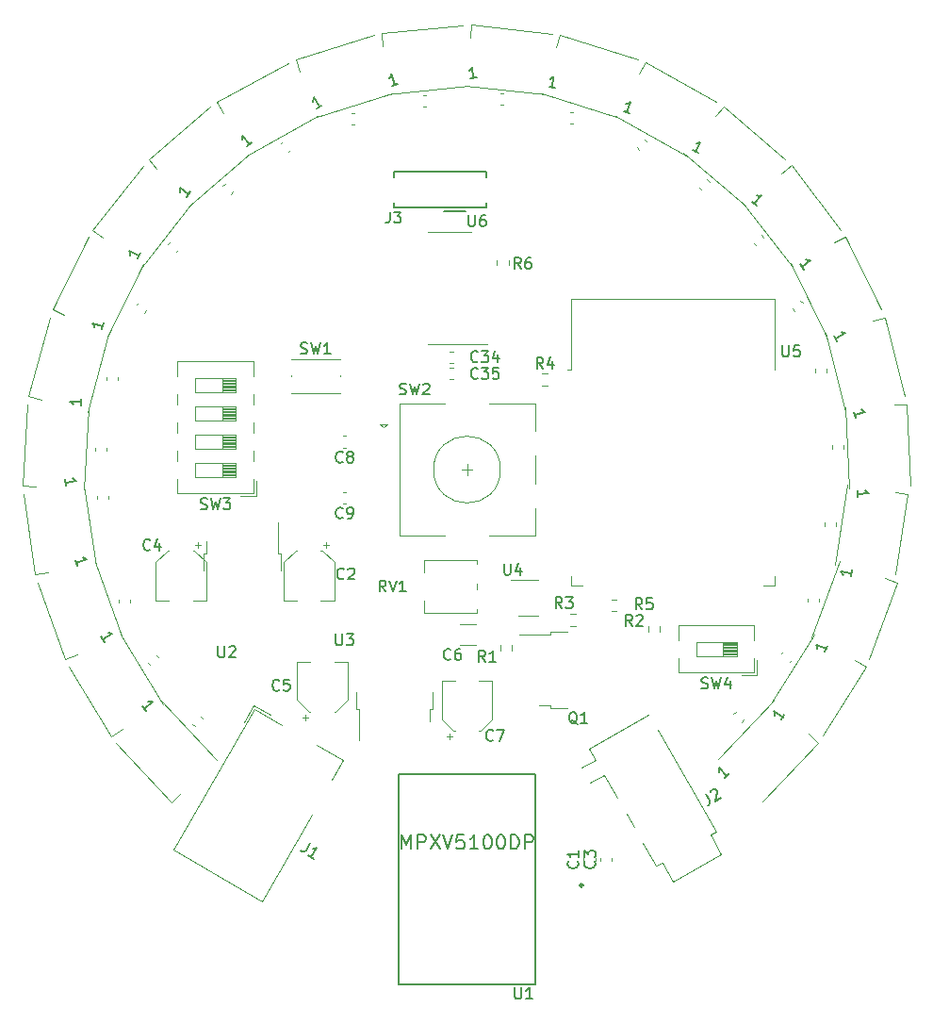
<source format=gbr>
%TF.GenerationSoftware,KiCad,Pcbnew,(5.1.9)-1*%
%TF.CreationDate,2021-08-08T14:50:10+02:00*%
%TF.ProjectId,nogasm,6e6f6761-736d-42e6-9b69-6361645f7063,rev?*%
%TF.SameCoordinates,Original*%
%TF.FileFunction,Legend,Top*%
%TF.FilePolarity,Positive*%
%FSLAX46Y46*%
G04 Gerber Fmt 4.6, Leading zero omitted, Abs format (unit mm)*
G04 Created by KiCad (PCBNEW (5.1.9)-1) date 2021-08-08 14:50:10*
%MOMM*%
%LPD*%
G01*
G04 APERTURE LIST*
%ADD10C,0.150000*%
%ADD11C,0.120000*%
%ADD12C,0.250000*%
G04 APERTURE END LIST*
D10*
%TO.C,J3*%
X141750000Y-66005000D02*
X141750000Y-66480000D01*
X141750000Y-66480000D02*
X133450000Y-66480000D01*
X133450000Y-66480000D02*
X133450000Y-66005000D01*
X141750000Y-63755000D02*
X141750000Y-63280000D01*
X141750000Y-63280000D02*
X133450000Y-63280000D01*
X133450000Y-63280000D02*
X133450000Y-63755000D01*
X139900000Y-66780000D02*
X137900000Y-66780000D01*
D11*
%TO.C,U5*%
X149380000Y-81055000D02*
X149000000Y-81055000D01*
X149380000Y-74635000D02*
X149380000Y-81055000D01*
X167620000Y-74635000D02*
X167620000Y-81055000D01*
X149380000Y-74635000D02*
X167620000Y-74635000D01*
X167620000Y-100380000D02*
X166620000Y-100380000D01*
X167620000Y-99600000D02*
X167620000Y-100380000D01*
X149380000Y-100380000D02*
X150380000Y-100380000D01*
X149380000Y-99600000D02*
X149380000Y-100380000D01*
%TO.C,U6*%
X138400000Y-78760000D02*
X141850000Y-78760000D01*
X138400000Y-78760000D02*
X136450000Y-78760000D01*
X138400000Y-68640000D02*
X140350000Y-68640000D01*
X138400000Y-68640000D02*
X136450000Y-68640000D01*
%TO.C,R6*%
X142677500Y-71162742D02*
X142677500Y-71637258D01*
X143722500Y-71162742D02*
X143722500Y-71637258D01*
%TO.C,C35*%
X138459420Y-81910000D02*
X138740580Y-81910000D01*
X138459420Y-80890000D02*
X138740580Y-80890000D01*
%TO.C,C34*%
X138459420Y-80410000D02*
X138740580Y-80410000D01*
X138459420Y-79390000D02*
X138740580Y-79390000D01*
%TO.C,C7*%
X138190000Y-113950000D02*
X138690000Y-113950000D01*
X138440000Y-114200000D02*
X138440000Y-113700000D01*
X141195563Y-113460000D02*
X142260000Y-112395563D01*
X138804437Y-113460000D02*
X137740000Y-112395563D01*
X138804437Y-113460000D02*
X138940000Y-113460000D01*
X141195563Y-113460000D02*
X141060000Y-113460000D01*
X142260000Y-112395563D02*
X142260000Y-108940000D01*
X137740000Y-112395563D02*
X137740000Y-108940000D01*
X137740000Y-108940000D02*
X138940000Y-108940000D01*
X142260000Y-108940000D02*
X141060000Y-108940000D01*
%TO.C,C5*%
X125190000Y-112250000D02*
X125690000Y-112250000D01*
X125440000Y-112500000D02*
X125440000Y-112000000D01*
X128195563Y-111760000D02*
X129260000Y-110695563D01*
X125804437Y-111760000D02*
X124740000Y-110695563D01*
X125804437Y-111760000D02*
X125940000Y-111760000D01*
X128195563Y-111760000D02*
X128060000Y-111760000D01*
X129260000Y-110695563D02*
X129260000Y-107240000D01*
X124740000Y-110695563D02*
X124740000Y-107240000D01*
X124740000Y-107240000D02*
X125940000Y-107240000D01*
X129260000Y-107240000D02*
X128060000Y-107240000D01*
%TO.C,C4*%
X116110000Y-96750000D02*
X115610000Y-96750000D01*
X115860000Y-96500000D02*
X115860000Y-97000000D01*
X113104437Y-97240000D02*
X112040000Y-98304437D01*
X115495563Y-97240000D02*
X116560000Y-98304437D01*
X115495563Y-97240000D02*
X115360000Y-97240000D01*
X113104437Y-97240000D02*
X113240000Y-97240000D01*
X112040000Y-98304437D02*
X112040000Y-101760000D01*
X116560000Y-98304437D02*
X116560000Y-101760000D01*
X116560000Y-101760000D02*
X115360000Y-101760000D01*
X112040000Y-101760000D02*
X113240000Y-101760000D01*
%TO.C,C2*%
X127610000Y-96750000D02*
X127110000Y-96750000D01*
X127360000Y-96500000D02*
X127360000Y-97000000D01*
X124604437Y-97240000D02*
X123540000Y-98304437D01*
X126995563Y-97240000D02*
X128060000Y-98304437D01*
X126995563Y-97240000D02*
X126860000Y-97240000D01*
X124604437Y-97240000D02*
X124740000Y-97240000D01*
X123540000Y-98304437D02*
X123540000Y-101760000D01*
X128060000Y-98304437D02*
X128060000Y-101760000D01*
X128060000Y-101760000D02*
X126860000Y-101760000D01*
X123540000Y-101760000D02*
X124740000Y-101760000D01*
%TO.C,U4*%
X146400000Y-99890000D02*
X143950000Y-99890000D01*
X144600000Y-103110000D02*
X146400000Y-103110000D01*
%TO.C,U3*%
X136655000Y-111470000D02*
X136655000Y-112570000D01*
X136925000Y-111470000D02*
X136655000Y-111470000D01*
X136925000Y-109970000D02*
X136925000Y-111470000D01*
X130295000Y-111470000D02*
X130295000Y-114300000D01*
X130025000Y-111470000D02*
X130295000Y-111470000D01*
X130025000Y-109970000D02*
X130025000Y-111470000D01*
%TO.C,U2*%
X116620000Y-97530000D02*
X116620000Y-96430000D01*
X116350000Y-97530000D02*
X116620000Y-97530000D01*
X116350000Y-99030000D02*
X116350000Y-97530000D01*
X122980000Y-97530000D02*
X122980000Y-94700000D01*
X123250000Y-97530000D02*
X122980000Y-97530000D01*
X123250000Y-99030000D02*
X123250000Y-97530000D01*
D12*
%TO.C,U1*%
X150409499Y-127322000D02*
G75*
G03*
X150409499Y-127322000I-125000J0D01*
G01*
D10*
X146159499Y-117340500D02*
X146159499Y-136263499D01*
X146159499Y-117340500D02*
X133840500Y-117340500D01*
X133840500Y-117340500D02*
X133840500Y-136263499D01*
X146159499Y-136263499D02*
X133840500Y-136263499D01*
D11*
%TO.C,SW4*%
X163003333Y-106735000D02*
X163003333Y-105465000D01*
X164210000Y-105535000D02*
X163003333Y-105535000D01*
X164210000Y-105655000D02*
X163003333Y-105655000D01*
X164210000Y-105775000D02*
X163003333Y-105775000D01*
X164210000Y-105895000D02*
X163003333Y-105895000D01*
X164210000Y-106015000D02*
X163003333Y-106015000D01*
X164210000Y-106135000D02*
X163003333Y-106135000D01*
X164210000Y-106255000D02*
X163003333Y-106255000D01*
X164210000Y-106375000D02*
X163003333Y-106375000D01*
X164210000Y-106495000D02*
X163003333Y-106495000D01*
X164210000Y-106615000D02*
X163003333Y-106615000D01*
X160590000Y-106735000D02*
X164210000Y-106735000D01*
X160590000Y-105465000D02*
X160590000Y-106735000D01*
X164210000Y-105465000D02*
X160590000Y-105465000D01*
X164210000Y-106735000D02*
X164210000Y-105465000D01*
X166050000Y-108450000D02*
X166050000Y-107067000D01*
X166050000Y-108450000D02*
X164667000Y-108450000D01*
X158990000Y-105300000D02*
X158990000Y-103990000D01*
X158990000Y-108210000D02*
X158990000Y-106900000D01*
X165810000Y-105300000D02*
X165810000Y-103990000D01*
X165810000Y-108210000D02*
X165810000Y-106900000D01*
X165810000Y-103990000D02*
X158990000Y-103990000D01*
X165810000Y-108210000D02*
X158990000Y-108210000D01*
%TO.C,SW3*%
X118003333Y-83025000D02*
X118003333Y-81755000D01*
X119210000Y-81825000D02*
X118003333Y-81825000D01*
X119210000Y-81945000D02*
X118003333Y-81945000D01*
X119210000Y-82065000D02*
X118003333Y-82065000D01*
X119210000Y-82185000D02*
X118003333Y-82185000D01*
X119210000Y-82305000D02*
X118003333Y-82305000D01*
X119210000Y-82425000D02*
X118003333Y-82425000D01*
X119210000Y-82545000D02*
X118003333Y-82545000D01*
X119210000Y-82665000D02*
X118003333Y-82665000D01*
X119210000Y-82785000D02*
X118003333Y-82785000D01*
X119210000Y-82905000D02*
X118003333Y-82905000D01*
X115590000Y-83025000D02*
X119210000Y-83025000D01*
X115590000Y-81755000D02*
X115590000Y-83025000D01*
X119210000Y-81755000D02*
X115590000Y-81755000D01*
X119210000Y-83025000D02*
X119210000Y-81755000D01*
X118003333Y-85565000D02*
X118003333Y-84295000D01*
X119210000Y-84365000D02*
X118003333Y-84365000D01*
X119210000Y-84485000D02*
X118003333Y-84485000D01*
X119210000Y-84605000D02*
X118003333Y-84605000D01*
X119210000Y-84725000D02*
X118003333Y-84725000D01*
X119210000Y-84845000D02*
X118003333Y-84845000D01*
X119210000Y-84965000D02*
X118003333Y-84965000D01*
X119210000Y-85085000D02*
X118003333Y-85085000D01*
X119210000Y-85205000D02*
X118003333Y-85205000D01*
X119210000Y-85325000D02*
X118003333Y-85325000D01*
X119210000Y-85445000D02*
X118003333Y-85445000D01*
X115590000Y-85565000D02*
X119210000Y-85565000D01*
X115590000Y-84295000D02*
X115590000Y-85565000D01*
X119210000Y-84295000D02*
X115590000Y-84295000D01*
X119210000Y-85565000D02*
X119210000Y-84295000D01*
X118003333Y-88105000D02*
X118003333Y-86835000D01*
X119210000Y-86905000D02*
X118003333Y-86905000D01*
X119210000Y-87025000D02*
X118003333Y-87025000D01*
X119210000Y-87145000D02*
X118003333Y-87145000D01*
X119210000Y-87265000D02*
X118003333Y-87265000D01*
X119210000Y-87385000D02*
X118003333Y-87385000D01*
X119210000Y-87505000D02*
X118003333Y-87505000D01*
X119210000Y-87625000D02*
X118003333Y-87625000D01*
X119210000Y-87745000D02*
X118003333Y-87745000D01*
X119210000Y-87865000D02*
X118003333Y-87865000D01*
X119210000Y-87985000D02*
X118003333Y-87985000D01*
X115590000Y-88105000D02*
X119210000Y-88105000D01*
X115590000Y-86835000D02*
X115590000Y-88105000D01*
X119210000Y-86835000D02*
X115590000Y-86835000D01*
X119210000Y-88105000D02*
X119210000Y-86835000D01*
X118003333Y-90645000D02*
X118003333Y-89375000D01*
X119210000Y-89445000D02*
X118003333Y-89445000D01*
X119210000Y-89565000D02*
X118003333Y-89565000D01*
X119210000Y-89685000D02*
X118003333Y-89685000D01*
X119210000Y-89805000D02*
X118003333Y-89805000D01*
X119210000Y-89925000D02*
X118003333Y-89925000D01*
X119210000Y-90045000D02*
X118003333Y-90045000D01*
X119210000Y-90165000D02*
X118003333Y-90165000D01*
X119210000Y-90285000D02*
X118003333Y-90285000D01*
X119210000Y-90405000D02*
X118003333Y-90405000D01*
X119210000Y-90525000D02*
X118003333Y-90525000D01*
X115590000Y-90645000D02*
X119210000Y-90645000D01*
X115590000Y-89375000D02*
X115590000Y-90645000D01*
X119210000Y-89375000D02*
X115590000Y-89375000D01*
X119210000Y-90645000D02*
X119210000Y-89375000D01*
X121050000Y-92360000D02*
X121050000Y-90977000D01*
X121050000Y-92360000D02*
X119667000Y-92360000D01*
X113990000Y-89210000D02*
X113990000Y-88270000D01*
X113990000Y-92120000D02*
X113990000Y-90810000D01*
X113990000Y-86670000D02*
X113990000Y-85730000D01*
X113990000Y-84130000D02*
X113990000Y-83190000D01*
X113990000Y-81590000D02*
X113990000Y-80280000D01*
X120810000Y-81590000D02*
X120810000Y-80280000D01*
X120810000Y-84130000D02*
X120810000Y-83190000D01*
X120810000Y-86670000D02*
X120810000Y-85730000D01*
X120810000Y-89210000D02*
X120810000Y-88270000D01*
X120810000Y-92120000D02*
X120810000Y-90810000D01*
X120810000Y-80280000D02*
X113990000Y-80280000D01*
X120810000Y-92120000D02*
X113990000Y-92120000D01*
%TO.C,SW2*%
X143000000Y-90000000D02*
G75*
G03*
X143000000Y-90000000I-3000000J0D01*
G01*
X142000000Y-84100000D02*
X146100000Y-84100000D01*
X146100000Y-95900000D02*
X142000000Y-95900000D01*
X138000000Y-95900000D02*
X133900000Y-95900000D01*
X138000000Y-84100000D02*
X133900000Y-84100000D01*
X133900000Y-84100000D02*
X133900000Y-95900000D01*
X132500000Y-86200000D02*
X132200000Y-85900000D01*
X132200000Y-85900000D02*
X132800000Y-85900000D01*
X132800000Y-85900000D02*
X132500000Y-86200000D01*
X146100000Y-84100000D02*
X146100000Y-86500000D01*
X146100000Y-88700000D02*
X146100000Y-91300000D01*
X146100000Y-93500000D02*
X146100000Y-95900000D01*
X140000000Y-89500000D02*
X140000000Y-90500000D01*
X139500000Y-90000000D02*
X140500000Y-90000000D01*
%TO.C,SW1*%
X124200000Y-81650000D02*
X124200000Y-81550000D01*
X128600000Y-80050000D02*
X124200000Y-80050000D01*
X124200000Y-83150000D02*
X128600000Y-83150000D01*
X128600000Y-81650000D02*
X128600000Y-81550000D01*
%TO.C,RV1*%
X140870000Y-102870000D02*
X136130000Y-102870000D01*
X140870000Y-98130000D02*
X136130000Y-98130000D01*
X136130000Y-101740000D02*
X136130000Y-102870000D01*
X136130000Y-98130000D02*
X136130000Y-99260000D01*
X140870000Y-100241000D02*
X140870000Y-100760000D01*
X140870000Y-98130000D02*
X140870000Y-98461000D01*
X140870000Y-102540000D02*
X140870000Y-102870000D01*
%TO.C,R5*%
X152962742Y-102722500D02*
X153437258Y-102722500D01*
X152962742Y-101677500D02*
X153437258Y-101677500D01*
%TO.C,R4*%
X146762742Y-82422500D02*
X147237258Y-82422500D01*
X146762742Y-81377500D02*
X147237258Y-81377500D01*
%TO.C,R3*%
X149737258Y-102977500D02*
X149262742Y-102977500D01*
X149737258Y-104022500D02*
X149262742Y-104022500D01*
%TO.C,R2*%
X157322500Y-104537258D02*
X157322500Y-104062742D01*
X156277500Y-104537258D02*
X156277500Y-104062742D01*
%TO.C,R1*%
X144022500Y-106237258D02*
X144022500Y-105762742D01*
X142977500Y-106237258D02*
X142977500Y-105762742D01*
%TO.C,Q1*%
X147530000Y-111180000D02*
X146430000Y-111180000D01*
X147530000Y-111450000D02*
X147530000Y-111180000D01*
X149030000Y-111450000D02*
X147530000Y-111450000D01*
X147530000Y-104820000D02*
X144700000Y-104820000D01*
X147530000Y-104550000D02*
X147530000Y-104820000D01*
X149030000Y-104550000D02*
X147530000Y-104550000D01*
%TO.C,J2*%
X161852564Y-122770912D02*
X162852564Y-124502963D01*
X157522436Y-125270912D02*
X158522436Y-127002963D01*
X158522436Y-127002963D02*
X162852564Y-124502963D01*
X161852564Y-122770912D02*
X162372179Y-122470912D01*
X157002821Y-125570912D02*
X157522436Y-125270912D01*
X156322179Y-111992005D02*
X150952821Y-115092005D01*
X157002821Y-125570912D02*
X155815321Y-123514102D01*
X154990321Y-122085160D02*
X154315321Y-120916025D01*
X153490321Y-119487083D02*
X152290321Y-117408623D01*
X151515321Y-116066283D02*
X150952821Y-115092005D01*
X157109679Y-113355995D02*
X162372179Y-122470912D01*
X151515321Y-116066283D02*
X150302886Y-116766283D01*
X152290321Y-117408623D02*
X151077886Y-118108623D01*
%TO.C,J1*%
X120828437Y-111179334D02*
X122335321Y-112049334D01*
X119958437Y-112686218D02*
X120828437Y-111179334D01*
X128883717Y-116107180D02*
X127883717Y-117839230D01*
X126458846Y-114707180D02*
X128883717Y-116107180D01*
X120916283Y-111507180D02*
X123341154Y-112907180D01*
X113616283Y-124151151D02*
X120916283Y-111507180D01*
X121583717Y-128751151D02*
X113616283Y-124151151D01*
X126083717Y-120956922D02*
X121583717Y-128751151D01*
%TO.C,D24*%
X171541880Y-114525097D02*
X170710468Y-113730582D01*
X166498439Y-119802757D02*
X171541880Y-114525097D01*
X162522120Y-116002903D02*
X167565561Y-110725243D01*
%TO.C,D23*%
X132349228Y-50803497D02*
X132459451Y-51948203D01*
X139615620Y-50103823D02*
X132349228Y-50803497D01*
X140142772Y-55578503D02*
X132876380Y-56278177D01*
%TO.C,D22*%
X175820190Y-107696351D02*
X174846000Y-107085243D01*
X171940980Y-113880341D02*
X175820190Y-107696351D01*
X167281810Y-110957649D02*
X171161020Y-104773659D01*
%TO.C,D21*%
X124639745Y-53137816D02*
X124977891Y-54236978D01*
X131617034Y-50991322D02*
X124639745Y-53137816D01*
X133234255Y-56248184D02*
X126256966Y-58394678D01*
%TO.C,D20*%
X178641105Y-100148217D02*
X177563932Y-99745478D01*
X176084592Y-106985924D02*
X178641105Y-100148217D01*
X170932895Y-105059783D02*
X173489408Y-98222076D01*
%TO.C,D19*%
X117555802Y-56970664D02*
X118108059Y-57979382D01*
X123958969Y-53465032D02*
X117555802Y-56970664D01*
X126600198Y-58289336D02*
X120197031Y-61794968D01*
%TO.C,D18*%
X179590583Y-92187400D02*
X178454429Y-92009483D01*
X178461197Y-99399507D02*
X179590583Y-92187400D01*
X173027417Y-98548600D02*
X174156803Y-91336493D01*
%TO.C,D17*%
X111385589Y-62147445D02*
X112129397Y-63024513D01*
X116953068Y-57425879D02*
X111385589Y-62147445D01*
X120510411Y-61620555D02*
X114942932Y-66342121D01*
%TO.C,D16*%
X179516009Y-84138509D02*
X178367285Y-84192682D01*
X179859886Y-91430405D02*
X179516009Y-84138509D01*
X174365991Y-91689491D02*
X174022114Y-84397595D01*
%TO.C,D15*%
X106379748Y-68456464D02*
X107284723Y-69166055D01*
X110884110Y-62711839D02*
X106379748Y-68456464D01*
X115212252Y-66105536D02*
X110707890Y-71850161D01*
%TO.C,D14*%
X177535247Y-76328845D02*
X176420879Y-76612894D01*
X179338340Y-83402660D02*
X177535247Y-76328845D01*
X174008753Y-84761155D02*
X172205660Y-77687340D01*
%TO.C,D13*%
X102742308Y-75639466D02*
X103771483Y-76152594D01*
X105999553Y-69106446D02*
X102742308Y-75639466D01*
X110921692Y-71560534D02*
X107664447Y-78093554D01*
%TO.C,D12*%
X174026457Y-69075409D02*
X172991966Y-69577731D01*
X177215110Y-75642181D02*
X174026457Y-69075409D01*
X172267543Y-78044591D02*
X169078890Y-71477819D01*
%TO.C,D11*%
X100620931Y-83410158D02*
X101732264Y-83705860D01*
X102498000Y-76355612D02*
X100620931Y-83410158D01*
X107813069Y-77769842D02*
X105936000Y-84824388D01*
%TO.C,D10*%
X169134742Y-62674166D02*
X168222386Y-63374242D01*
X173578701Y-68465646D02*
X169134742Y-62674166D01*
X169215258Y-71813834D02*
X164771299Y-66022354D01*
%TO.C,D9*%
X100100451Y-91446647D02*
X101248544Y-91512845D01*
X100520669Y-84158751D02*
X100100451Y-91446647D01*
X106011549Y-84475353D02*
X105591331Y-91763249D01*
%TO.C,D8*%
X163057672Y-57384599D02*
X162304720Y-58253830D01*
X168575402Y-62164207D02*
X163057672Y-57384599D01*
X164974328Y-66321401D02*
X159456598Y-61541793D01*
%TO.C,D7*%
X101203704Y-99422749D02*
X102341659Y-99256739D01*
X100149904Y-92199210D02*
X101203704Y-99422749D01*
X105592296Y-91405251D02*
X106646096Y-98628790D01*
%TO.C,D6*%
X156043749Y-53445564D02*
X155480959Y-54448443D01*
X162409855Y-57018055D02*
X156043749Y-53445564D01*
X159718251Y-61814436D02*
X153352145Y-58241945D01*
%TO.C,D5*%
X103886593Y-107016095D02*
X104967924Y-106624659D01*
X101401822Y-100151992D02*
X103886593Y-107016095D01*
X106573407Y-98279905D02*
X109058178Y-105144008D01*
%TO.C,D4*%
X148376877Y-50963460D02*
X148027238Y-52059021D01*
X155331305Y-53182902D02*
X148376877Y-50963460D01*
X153659123Y-58422540D02*
X146704695Y-56203098D01*
%TO.C,D3*%
X108035359Y-113916008D02*
X109015895Y-113315134D01*
X104221120Y-107691734D02*
X108035359Y-113916008D01*
X108910641Y-104817992D02*
X112724880Y-111042266D01*
%TO.C,D2*%
X140416893Y-50068707D02*
X140294689Y-51212195D01*
X147675560Y-50844435D02*
X140416893Y-50068707D01*
X147091107Y-56313293D02*
X139832440Y-55537565D01*
%TO.C,D1*%
X113486003Y-119842095D02*
X114325690Y-119056330D01*
X108498104Y-114511911D02*
X113486003Y-119842095D01*
X112513997Y-110753905D02*
X117501896Y-116084089D01*
%TO.C,C33*%
X170590000Y-101559420D02*
X170590000Y-101840580D01*
X171610000Y-101559420D02*
X171610000Y-101840580D01*
%TO.C,C32*%
X155239970Y-61061219D02*
X155438781Y-61260030D01*
X155961219Y-60339970D02*
X156160030Y-60538781D01*
%TO.C,C31*%
X160839970Y-64661219D02*
X161038781Y-64860030D01*
X161561219Y-63939970D02*
X161760030Y-64138781D01*
%TO.C,C30*%
X164138781Y-111739970D02*
X163939970Y-111938781D01*
X164860030Y-112461219D02*
X164661219Y-112660030D01*
%TO.C,C29*%
X142959420Y-57210000D02*
X143240580Y-57210000D01*
X142959420Y-56190000D02*
X143240580Y-56190000D01*
%TO.C,C28*%
X113861219Y-70460030D02*
X114060030Y-70261219D01*
X113139970Y-69738781D02*
X113338781Y-69539970D01*
%TO.C,C27*%
X149259420Y-58910000D02*
X149540580Y-58910000D01*
X149259420Y-57890000D02*
X149540580Y-57890000D01*
%TO.C,C26*%
X136059420Y-57410000D02*
X136340580Y-57410000D01*
X136059420Y-56390000D02*
X136340580Y-56390000D01*
%TO.C,C25*%
X129584420Y-59010000D02*
X129865580Y-59010000D01*
X129584420Y-57990000D02*
X129865580Y-57990000D01*
%TO.C,C24*%
X111009227Y-75912022D02*
X111208038Y-75713211D01*
X110287978Y-75190773D02*
X110486789Y-74991962D01*
%TO.C,C23*%
X123961219Y-61460030D02*
X124160030Y-61261219D01*
X123239970Y-60738781D02*
X123438781Y-60539970D01*
%TO.C,C22*%
X108610000Y-81940580D02*
X108610000Y-81659420D01*
X107590000Y-81940580D02*
X107590000Y-81659420D01*
%TO.C,C21*%
X118761219Y-65260030D02*
X118960030Y-65061219D01*
X118039970Y-64538781D02*
X118238781Y-64339970D01*
%TO.C,C20*%
X171290000Y-80959420D02*
X171290000Y-81240580D01*
X172310000Y-80959420D02*
X172310000Y-81240580D01*
%TO.C,C19*%
X165739970Y-69661219D02*
X165938781Y-69860030D01*
X166461219Y-68939970D02*
X166660030Y-69138781D01*
%TO.C,C18*%
X172790000Y-87834420D02*
X172790000Y-88115580D01*
X173810000Y-87834420D02*
X173810000Y-88115580D01*
%TO.C,C17*%
X172090000Y-94759420D02*
X172090000Y-95040580D01*
X173110000Y-94759420D02*
X173110000Y-95040580D01*
%TO.C,C16*%
X169239970Y-75561219D02*
X169438781Y-75760030D01*
X169961219Y-74839970D02*
X170160030Y-75038781D01*
%TO.C,C15*%
X112260030Y-106838781D02*
X112061219Y-106639970D01*
X111538781Y-107560030D02*
X111339970Y-107361219D01*
%TO.C,C14*%
X168438781Y-106339970D02*
X168239970Y-106538781D01*
X169160030Y-107061219D02*
X168961219Y-107260030D01*
%TO.C,C13*%
X109710000Y-101940580D02*
X109710000Y-101659420D01*
X108690000Y-101940580D02*
X108690000Y-101659420D01*
%TO.C,C12*%
X116260030Y-112338781D02*
X116061219Y-112139970D01*
X115538781Y-113060030D02*
X115339970Y-112861219D01*
%TO.C,C11*%
X107810000Y-92640580D02*
X107810000Y-92359420D01*
X106790000Y-92640580D02*
X106790000Y-92359420D01*
%TO.C,C10*%
X107610000Y-88315580D02*
X107610000Y-88034420D01*
X106590000Y-88315580D02*
X106590000Y-88034420D01*
%TO.C,C9*%
X129140580Y-91990000D02*
X128859420Y-91990000D01*
X129140580Y-93010000D02*
X128859420Y-93010000D01*
%TO.C,C8*%
X129140580Y-86990000D02*
X128859420Y-86990000D01*
X129140580Y-88010000D02*
X128859420Y-88010000D01*
%TO.C,C6*%
X140811252Y-103890000D02*
X139388748Y-103890000D01*
X140811252Y-105710000D02*
X139388748Y-105710000D01*
%TO.C,C3*%
X153010000Y-125140580D02*
X153010000Y-124859420D01*
X151990000Y-125140580D02*
X151990000Y-124859420D01*
%TO.C,C1*%
X151510000Y-125140580D02*
X151510000Y-124859420D01*
X150490000Y-125140580D02*
X150490000Y-124859420D01*
%TO.C,J3*%
D10*
X133066666Y-66852380D02*
X133066666Y-67566666D01*
X133019047Y-67709523D01*
X132923809Y-67804761D01*
X132780952Y-67852380D01*
X132685714Y-67852380D01*
X133447619Y-66852380D02*
X134066666Y-66852380D01*
X133733333Y-67233333D01*
X133876190Y-67233333D01*
X133971428Y-67280952D01*
X134019047Y-67328571D01*
X134066666Y-67423809D01*
X134066666Y-67661904D01*
X134019047Y-67757142D01*
X133971428Y-67804761D01*
X133876190Y-67852380D01*
X133590476Y-67852380D01*
X133495238Y-67804761D01*
X133447619Y-67757142D01*
%TO.C,U5*%
X168338095Y-78852380D02*
X168338095Y-79661904D01*
X168385714Y-79757142D01*
X168433333Y-79804761D01*
X168528571Y-79852380D01*
X168719047Y-79852380D01*
X168814285Y-79804761D01*
X168861904Y-79757142D01*
X168909523Y-79661904D01*
X168909523Y-78852380D01*
X169861904Y-78852380D02*
X169385714Y-78852380D01*
X169338095Y-79328571D01*
X169385714Y-79280952D01*
X169480952Y-79233333D01*
X169719047Y-79233333D01*
X169814285Y-79280952D01*
X169861904Y-79328571D01*
X169909523Y-79423809D01*
X169909523Y-79661904D01*
X169861904Y-79757142D01*
X169814285Y-79804761D01*
X169719047Y-79852380D01*
X169480952Y-79852380D01*
X169385714Y-79804761D01*
X169338095Y-79757142D01*
%TO.C,U6*%
X140138095Y-67152380D02*
X140138095Y-67961904D01*
X140185714Y-68057142D01*
X140233333Y-68104761D01*
X140328571Y-68152380D01*
X140519047Y-68152380D01*
X140614285Y-68104761D01*
X140661904Y-68057142D01*
X140709523Y-67961904D01*
X140709523Y-67152380D01*
X141614285Y-67152380D02*
X141423809Y-67152380D01*
X141328571Y-67200000D01*
X141280952Y-67247619D01*
X141185714Y-67390476D01*
X141138095Y-67580952D01*
X141138095Y-67961904D01*
X141185714Y-68057142D01*
X141233333Y-68104761D01*
X141328571Y-68152380D01*
X141519047Y-68152380D01*
X141614285Y-68104761D01*
X141661904Y-68057142D01*
X141709523Y-67961904D01*
X141709523Y-67723809D01*
X141661904Y-67628571D01*
X141614285Y-67580952D01*
X141519047Y-67533333D01*
X141328571Y-67533333D01*
X141233333Y-67580952D01*
X141185714Y-67628571D01*
X141138095Y-67723809D01*
%TO.C,R6*%
X144833333Y-71952380D02*
X144500000Y-71476190D01*
X144261904Y-71952380D02*
X144261904Y-70952380D01*
X144642857Y-70952380D01*
X144738095Y-71000000D01*
X144785714Y-71047619D01*
X144833333Y-71142857D01*
X144833333Y-71285714D01*
X144785714Y-71380952D01*
X144738095Y-71428571D01*
X144642857Y-71476190D01*
X144261904Y-71476190D01*
X145690476Y-70952380D02*
X145500000Y-70952380D01*
X145404761Y-71000000D01*
X145357142Y-71047619D01*
X145261904Y-71190476D01*
X145214285Y-71380952D01*
X145214285Y-71761904D01*
X145261904Y-71857142D01*
X145309523Y-71904761D01*
X145404761Y-71952380D01*
X145595238Y-71952380D01*
X145690476Y-71904761D01*
X145738095Y-71857142D01*
X145785714Y-71761904D01*
X145785714Y-71523809D01*
X145738095Y-71428571D01*
X145690476Y-71380952D01*
X145595238Y-71333333D01*
X145404761Y-71333333D01*
X145309523Y-71380952D01*
X145261904Y-71428571D01*
X145214285Y-71523809D01*
%TO.C,C35*%
X140957142Y-81757142D02*
X140909523Y-81804761D01*
X140766666Y-81852380D01*
X140671428Y-81852380D01*
X140528571Y-81804761D01*
X140433333Y-81709523D01*
X140385714Y-81614285D01*
X140338095Y-81423809D01*
X140338095Y-81280952D01*
X140385714Y-81090476D01*
X140433333Y-80995238D01*
X140528571Y-80900000D01*
X140671428Y-80852380D01*
X140766666Y-80852380D01*
X140909523Y-80900000D01*
X140957142Y-80947619D01*
X141290476Y-80852380D02*
X141909523Y-80852380D01*
X141576190Y-81233333D01*
X141719047Y-81233333D01*
X141814285Y-81280952D01*
X141861904Y-81328571D01*
X141909523Y-81423809D01*
X141909523Y-81661904D01*
X141861904Y-81757142D01*
X141814285Y-81804761D01*
X141719047Y-81852380D01*
X141433333Y-81852380D01*
X141338095Y-81804761D01*
X141290476Y-81757142D01*
X142814285Y-80852380D02*
X142338095Y-80852380D01*
X142290476Y-81328571D01*
X142338095Y-81280952D01*
X142433333Y-81233333D01*
X142671428Y-81233333D01*
X142766666Y-81280952D01*
X142814285Y-81328571D01*
X142861904Y-81423809D01*
X142861904Y-81661904D01*
X142814285Y-81757142D01*
X142766666Y-81804761D01*
X142671428Y-81852380D01*
X142433333Y-81852380D01*
X142338095Y-81804761D01*
X142290476Y-81757142D01*
%TO.C,C34*%
X140957142Y-80257142D02*
X140909523Y-80304761D01*
X140766666Y-80352380D01*
X140671428Y-80352380D01*
X140528571Y-80304761D01*
X140433333Y-80209523D01*
X140385714Y-80114285D01*
X140338095Y-79923809D01*
X140338095Y-79780952D01*
X140385714Y-79590476D01*
X140433333Y-79495238D01*
X140528571Y-79400000D01*
X140671428Y-79352380D01*
X140766666Y-79352380D01*
X140909523Y-79400000D01*
X140957142Y-79447619D01*
X141290476Y-79352380D02*
X141909523Y-79352380D01*
X141576190Y-79733333D01*
X141719047Y-79733333D01*
X141814285Y-79780952D01*
X141861904Y-79828571D01*
X141909523Y-79923809D01*
X141909523Y-80161904D01*
X141861904Y-80257142D01*
X141814285Y-80304761D01*
X141719047Y-80352380D01*
X141433333Y-80352380D01*
X141338095Y-80304761D01*
X141290476Y-80257142D01*
X142766666Y-79685714D02*
X142766666Y-80352380D01*
X142528571Y-79304761D02*
X142290476Y-80019047D01*
X142909523Y-80019047D01*
%TO.C,C7*%
X142333333Y-114257142D02*
X142285714Y-114304761D01*
X142142857Y-114352380D01*
X142047619Y-114352380D01*
X141904761Y-114304761D01*
X141809523Y-114209523D01*
X141761904Y-114114285D01*
X141714285Y-113923809D01*
X141714285Y-113780952D01*
X141761904Y-113590476D01*
X141809523Y-113495238D01*
X141904761Y-113400000D01*
X142047619Y-113352380D01*
X142142857Y-113352380D01*
X142285714Y-113400000D01*
X142333333Y-113447619D01*
X142666666Y-113352380D02*
X143333333Y-113352380D01*
X142904761Y-114352380D01*
%TO.C,C5*%
X123133333Y-109757142D02*
X123085714Y-109804761D01*
X122942857Y-109852380D01*
X122847619Y-109852380D01*
X122704761Y-109804761D01*
X122609523Y-109709523D01*
X122561904Y-109614285D01*
X122514285Y-109423809D01*
X122514285Y-109280952D01*
X122561904Y-109090476D01*
X122609523Y-108995238D01*
X122704761Y-108900000D01*
X122847619Y-108852380D01*
X122942857Y-108852380D01*
X123085714Y-108900000D01*
X123133333Y-108947619D01*
X124038095Y-108852380D02*
X123561904Y-108852380D01*
X123514285Y-109328571D01*
X123561904Y-109280952D01*
X123657142Y-109233333D01*
X123895238Y-109233333D01*
X123990476Y-109280952D01*
X124038095Y-109328571D01*
X124085714Y-109423809D01*
X124085714Y-109661904D01*
X124038095Y-109757142D01*
X123990476Y-109804761D01*
X123895238Y-109852380D01*
X123657142Y-109852380D01*
X123561904Y-109804761D01*
X123514285Y-109757142D01*
%TO.C,C4*%
X111533333Y-97157142D02*
X111485714Y-97204761D01*
X111342857Y-97252380D01*
X111247619Y-97252380D01*
X111104761Y-97204761D01*
X111009523Y-97109523D01*
X110961904Y-97014285D01*
X110914285Y-96823809D01*
X110914285Y-96680952D01*
X110961904Y-96490476D01*
X111009523Y-96395238D01*
X111104761Y-96300000D01*
X111247619Y-96252380D01*
X111342857Y-96252380D01*
X111485714Y-96300000D01*
X111533333Y-96347619D01*
X112390476Y-96585714D02*
X112390476Y-97252380D01*
X112152380Y-96204761D02*
X111914285Y-96919047D01*
X112533333Y-96919047D01*
%TO.C,C2*%
X128933333Y-99757142D02*
X128885714Y-99804761D01*
X128742857Y-99852380D01*
X128647619Y-99852380D01*
X128504761Y-99804761D01*
X128409523Y-99709523D01*
X128361904Y-99614285D01*
X128314285Y-99423809D01*
X128314285Y-99280952D01*
X128361904Y-99090476D01*
X128409523Y-98995238D01*
X128504761Y-98900000D01*
X128647619Y-98852380D01*
X128742857Y-98852380D01*
X128885714Y-98900000D01*
X128933333Y-98947619D01*
X129314285Y-98947619D02*
X129361904Y-98900000D01*
X129457142Y-98852380D01*
X129695238Y-98852380D01*
X129790476Y-98900000D01*
X129838095Y-98947619D01*
X129885714Y-99042857D01*
X129885714Y-99138095D01*
X129838095Y-99280952D01*
X129266666Y-99852380D01*
X129885714Y-99852380D01*
%TO.C,U4*%
X143338095Y-98452380D02*
X143338095Y-99261904D01*
X143385714Y-99357142D01*
X143433333Y-99404761D01*
X143528571Y-99452380D01*
X143719047Y-99452380D01*
X143814285Y-99404761D01*
X143861904Y-99357142D01*
X143909523Y-99261904D01*
X143909523Y-98452380D01*
X144814285Y-98785714D02*
X144814285Y-99452380D01*
X144576190Y-98404761D02*
X144338095Y-99119047D01*
X144957142Y-99119047D01*
%TO.C,U3*%
X128213095Y-104752380D02*
X128213095Y-105561904D01*
X128260714Y-105657142D01*
X128308333Y-105704761D01*
X128403571Y-105752380D01*
X128594047Y-105752380D01*
X128689285Y-105704761D01*
X128736904Y-105657142D01*
X128784523Y-105561904D01*
X128784523Y-104752380D01*
X129165476Y-104752380D02*
X129784523Y-104752380D01*
X129451190Y-105133333D01*
X129594047Y-105133333D01*
X129689285Y-105180952D01*
X129736904Y-105228571D01*
X129784523Y-105323809D01*
X129784523Y-105561904D01*
X129736904Y-105657142D01*
X129689285Y-105704761D01*
X129594047Y-105752380D01*
X129308333Y-105752380D01*
X129213095Y-105704761D01*
X129165476Y-105657142D01*
%TO.C,U2*%
X117638095Y-105852380D02*
X117638095Y-106661904D01*
X117685714Y-106757142D01*
X117733333Y-106804761D01*
X117828571Y-106852380D01*
X118019047Y-106852380D01*
X118114285Y-106804761D01*
X118161904Y-106757142D01*
X118209523Y-106661904D01*
X118209523Y-105852380D01*
X118638095Y-105947619D02*
X118685714Y-105900000D01*
X118780952Y-105852380D01*
X119019047Y-105852380D01*
X119114285Y-105900000D01*
X119161904Y-105947619D01*
X119209523Y-106042857D01*
X119209523Y-106138095D01*
X119161904Y-106280952D01*
X118590476Y-106852380D01*
X119209523Y-106852380D01*
%TO.C,U1*%
X144300094Y-136515879D02*
X144300094Y-137325403D01*
X144347713Y-137420641D01*
X144395332Y-137468260D01*
X144490570Y-137515879D01*
X144681046Y-137515879D01*
X144776284Y-137468260D01*
X144823903Y-137420641D01*
X144871522Y-137325403D01*
X144871522Y-136515879D01*
X145871522Y-137515879D02*
X145300094Y-137515879D01*
X145585808Y-137515879D02*
X145585808Y-136515879D01*
X145490570Y-136658737D01*
X145395332Y-136753975D01*
X145300094Y-136801594D01*
X134103571Y-124074523D02*
X134103571Y-122804523D01*
X134526904Y-123711666D01*
X134950238Y-122804523D01*
X134950238Y-124074523D01*
X135555000Y-124074523D02*
X135555000Y-122804523D01*
X136038809Y-122804523D01*
X136159761Y-122865000D01*
X136220238Y-122925476D01*
X136280714Y-123046428D01*
X136280714Y-123227857D01*
X136220238Y-123348809D01*
X136159761Y-123409285D01*
X136038809Y-123469761D01*
X135555000Y-123469761D01*
X136704047Y-122804523D02*
X137550714Y-124074523D01*
X137550714Y-122804523D02*
X136704047Y-124074523D01*
X137853095Y-122804523D02*
X138276428Y-124074523D01*
X138699761Y-122804523D01*
X139727857Y-122804523D02*
X139123095Y-122804523D01*
X139062619Y-123409285D01*
X139123095Y-123348809D01*
X139244047Y-123288333D01*
X139546428Y-123288333D01*
X139667380Y-123348809D01*
X139727857Y-123409285D01*
X139788333Y-123530238D01*
X139788333Y-123832619D01*
X139727857Y-123953571D01*
X139667380Y-124014047D01*
X139546428Y-124074523D01*
X139244047Y-124074523D01*
X139123095Y-124014047D01*
X139062619Y-123953571D01*
X140997857Y-124074523D02*
X140272142Y-124074523D01*
X140635000Y-124074523D02*
X140635000Y-122804523D01*
X140514047Y-122985952D01*
X140393095Y-123106904D01*
X140272142Y-123167380D01*
X141784047Y-122804523D02*
X141905000Y-122804523D01*
X142025952Y-122865000D01*
X142086428Y-122925476D01*
X142146904Y-123046428D01*
X142207380Y-123288333D01*
X142207380Y-123590714D01*
X142146904Y-123832619D01*
X142086428Y-123953571D01*
X142025952Y-124014047D01*
X141905000Y-124074523D01*
X141784047Y-124074523D01*
X141663095Y-124014047D01*
X141602619Y-123953571D01*
X141542142Y-123832619D01*
X141481666Y-123590714D01*
X141481666Y-123288333D01*
X141542142Y-123046428D01*
X141602619Y-122925476D01*
X141663095Y-122865000D01*
X141784047Y-122804523D01*
X142993571Y-122804523D02*
X143114523Y-122804523D01*
X143235476Y-122865000D01*
X143295952Y-122925476D01*
X143356428Y-123046428D01*
X143416904Y-123288333D01*
X143416904Y-123590714D01*
X143356428Y-123832619D01*
X143295952Y-123953571D01*
X143235476Y-124014047D01*
X143114523Y-124074523D01*
X142993571Y-124074523D01*
X142872619Y-124014047D01*
X142812142Y-123953571D01*
X142751666Y-123832619D01*
X142691190Y-123590714D01*
X142691190Y-123288333D01*
X142751666Y-123046428D01*
X142812142Y-122925476D01*
X142872619Y-122865000D01*
X142993571Y-122804523D01*
X143961190Y-124074523D02*
X143961190Y-122804523D01*
X144263571Y-122804523D01*
X144445000Y-122865000D01*
X144565952Y-122985952D01*
X144626428Y-123106904D01*
X144686904Y-123348809D01*
X144686904Y-123530238D01*
X144626428Y-123772142D01*
X144565952Y-123893095D01*
X144445000Y-124014047D01*
X144263571Y-124074523D01*
X143961190Y-124074523D01*
X145231190Y-124074523D02*
X145231190Y-122804523D01*
X145715000Y-122804523D01*
X145835952Y-122865000D01*
X145896428Y-122925476D01*
X145956904Y-123046428D01*
X145956904Y-123227857D01*
X145896428Y-123348809D01*
X145835952Y-123409285D01*
X145715000Y-123469761D01*
X145231190Y-123469761D01*
%TO.C,SW4*%
X161066666Y-109614761D02*
X161209523Y-109662380D01*
X161447619Y-109662380D01*
X161542857Y-109614761D01*
X161590476Y-109567142D01*
X161638095Y-109471904D01*
X161638095Y-109376666D01*
X161590476Y-109281428D01*
X161542857Y-109233809D01*
X161447619Y-109186190D01*
X161257142Y-109138571D01*
X161161904Y-109090952D01*
X161114285Y-109043333D01*
X161066666Y-108948095D01*
X161066666Y-108852857D01*
X161114285Y-108757619D01*
X161161904Y-108710000D01*
X161257142Y-108662380D01*
X161495238Y-108662380D01*
X161638095Y-108710000D01*
X161971428Y-108662380D02*
X162209523Y-109662380D01*
X162400000Y-108948095D01*
X162590476Y-109662380D01*
X162828571Y-108662380D01*
X163638095Y-108995714D02*
X163638095Y-109662380D01*
X163400000Y-108614761D02*
X163161904Y-109329047D01*
X163780952Y-109329047D01*
%TO.C,SW3*%
X116066666Y-93524761D02*
X116209523Y-93572380D01*
X116447619Y-93572380D01*
X116542857Y-93524761D01*
X116590476Y-93477142D01*
X116638095Y-93381904D01*
X116638095Y-93286666D01*
X116590476Y-93191428D01*
X116542857Y-93143809D01*
X116447619Y-93096190D01*
X116257142Y-93048571D01*
X116161904Y-93000952D01*
X116114285Y-92953333D01*
X116066666Y-92858095D01*
X116066666Y-92762857D01*
X116114285Y-92667619D01*
X116161904Y-92620000D01*
X116257142Y-92572380D01*
X116495238Y-92572380D01*
X116638095Y-92620000D01*
X116971428Y-92572380D02*
X117209523Y-93572380D01*
X117400000Y-92858095D01*
X117590476Y-93572380D01*
X117828571Y-92572380D01*
X118114285Y-92572380D02*
X118733333Y-92572380D01*
X118400000Y-92953333D01*
X118542857Y-92953333D01*
X118638095Y-93000952D01*
X118685714Y-93048571D01*
X118733333Y-93143809D01*
X118733333Y-93381904D01*
X118685714Y-93477142D01*
X118638095Y-93524761D01*
X118542857Y-93572380D01*
X118257142Y-93572380D01*
X118161904Y-93524761D01*
X118114285Y-93477142D01*
%TO.C,SW2*%
X133966666Y-83204761D02*
X134109523Y-83252380D01*
X134347619Y-83252380D01*
X134442857Y-83204761D01*
X134490476Y-83157142D01*
X134538095Y-83061904D01*
X134538095Y-82966666D01*
X134490476Y-82871428D01*
X134442857Y-82823809D01*
X134347619Y-82776190D01*
X134157142Y-82728571D01*
X134061904Y-82680952D01*
X134014285Y-82633333D01*
X133966666Y-82538095D01*
X133966666Y-82442857D01*
X134014285Y-82347619D01*
X134061904Y-82300000D01*
X134157142Y-82252380D01*
X134395238Y-82252380D01*
X134538095Y-82300000D01*
X134871428Y-82252380D02*
X135109523Y-83252380D01*
X135300000Y-82538095D01*
X135490476Y-83252380D01*
X135728571Y-82252380D01*
X136061904Y-82347619D02*
X136109523Y-82300000D01*
X136204761Y-82252380D01*
X136442857Y-82252380D01*
X136538095Y-82300000D01*
X136585714Y-82347619D01*
X136633333Y-82442857D01*
X136633333Y-82538095D01*
X136585714Y-82680952D01*
X136014285Y-83252380D01*
X136633333Y-83252380D01*
%TO.C,SW1*%
X125066666Y-79554761D02*
X125209523Y-79602380D01*
X125447619Y-79602380D01*
X125542857Y-79554761D01*
X125590476Y-79507142D01*
X125638095Y-79411904D01*
X125638095Y-79316666D01*
X125590476Y-79221428D01*
X125542857Y-79173809D01*
X125447619Y-79126190D01*
X125257142Y-79078571D01*
X125161904Y-79030952D01*
X125114285Y-78983333D01*
X125066666Y-78888095D01*
X125066666Y-78792857D01*
X125114285Y-78697619D01*
X125161904Y-78650000D01*
X125257142Y-78602380D01*
X125495238Y-78602380D01*
X125638095Y-78650000D01*
X125971428Y-78602380D02*
X126209523Y-79602380D01*
X126400000Y-78888095D01*
X126590476Y-79602380D01*
X126828571Y-78602380D01*
X127733333Y-79602380D02*
X127161904Y-79602380D01*
X127447619Y-79602380D02*
X127447619Y-78602380D01*
X127352380Y-78745238D01*
X127257142Y-78840476D01*
X127161904Y-78888095D01*
%TO.C,RV1*%
X132704761Y-100952380D02*
X132371428Y-100476190D01*
X132133333Y-100952380D02*
X132133333Y-99952380D01*
X132514285Y-99952380D01*
X132609523Y-100000000D01*
X132657142Y-100047619D01*
X132704761Y-100142857D01*
X132704761Y-100285714D01*
X132657142Y-100380952D01*
X132609523Y-100428571D01*
X132514285Y-100476190D01*
X132133333Y-100476190D01*
X132990476Y-99952380D02*
X133323809Y-100952380D01*
X133657142Y-99952380D01*
X134514285Y-100952380D02*
X133942857Y-100952380D01*
X134228571Y-100952380D02*
X134228571Y-99952380D01*
X134133333Y-100095238D01*
X134038095Y-100190476D01*
X133942857Y-100238095D01*
%TO.C,R5*%
X155733333Y-102552380D02*
X155400000Y-102076190D01*
X155161904Y-102552380D02*
X155161904Y-101552380D01*
X155542857Y-101552380D01*
X155638095Y-101600000D01*
X155685714Y-101647619D01*
X155733333Y-101742857D01*
X155733333Y-101885714D01*
X155685714Y-101980952D01*
X155638095Y-102028571D01*
X155542857Y-102076190D01*
X155161904Y-102076190D01*
X156638095Y-101552380D02*
X156161904Y-101552380D01*
X156114285Y-102028571D01*
X156161904Y-101980952D01*
X156257142Y-101933333D01*
X156495238Y-101933333D01*
X156590476Y-101980952D01*
X156638095Y-102028571D01*
X156685714Y-102123809D01*
X156685714Y-102361904D01*
X156638095Y-102457142D01*
X156590476Y-102504761D01*
X156495238Y-102552380D01*
X156257142Y-102552380D01*
X156161904Y-102504761D01*
X156114285Y-102457142D01*
%TO.C,R4*%
X146833333Y-80922380D02*
X146500000Y-80446190D01*
X146261904Y-80922380D02*
X146261904Y-79922380D01*
X146642857Y-79922380D01*
X146738095Y-79970000D01*
X146785714Y-80017619D01*
X146833333Y-80112857D01*
X146833333Y-80255714D01*
X146785714Y-80350952D01*
X146738095Y-80398571D01*
X146642857Y-80446190D01*
X146261904Y-80446190D01*
X147690476Y-80255714D02*
X147690476Y-80922380D01*
X147452380Y-79874761D02*
X147214285Y-80589047D01*
X147833333Y-80589047D01*
%TO.C,R3*%
X148533333Y-102452380D02*
X148200000Y-101976190D01*
X147961904Y-102452380D02*
X147961904Y-101452380D01*
X148342857Y-101452380D01*
X148438095Y-101500000D01*
X148485714Y-101547619D01*
X148533333Y-101642857D01*
X148533333Y-101785714D01*
X148485714Y-101880952D01*
X148438095Y-101928571D01*
X148342857Y-101976190D01*
X147961904Y-101976190D01*
X148866666Y-101452380D02*
X149485714Y-101452380D01*
X149152380Y-101833333D01*
X149295238Y-101833333D01*
X149390476Y-101880952D01*
X149438095Y-101928571D01*
X149485714Y-102023809D01*
X149485714Y-102261904D01*
X149438095Y-102357142D01*
X149390476Y-102404761D01*
X149295238Y-102452380D01*
X149009523Y-102452380D01*
X148914285Y-102404761D01*
X148866666Y-102357142D01*
%TO.C,R2*%
X154833333Y-104052380D02*
X154500000Y-103576190D01*
X154261904Y-104052380D02*
X154261904Y-103052380D01*
X154642857Y-103052380D01*
X154738095Y-103100000D01*
X154785714Y-103147619D01*
X154833333Y-103242857D01*
X154833333Y-103385714D01*
X154785714Y-103480952D01*
X154738095Y-103528571D01*
X154642857Y-103576190D01*
X154261904Y-103576190D01*
X155214285Y-103147619D02*
X155261904Y-103100000D01*
X155357142Y-103052380D01*
X155595238Y-103052380D01*
X155690476Y-103100000D01*
X155738095Y-103147619D01*
X155785714Y-103242857D01*
X155785714Y-103338095D01*
X155738095Y-103480952D01*
X155166666Y-104052380D01*
X155785714Y-104052380D01*
%TO.C,R1*%
X141633333Y-107252380D02*
X141300000Y-106776190D01*
X141061904Y-107252380D02*
X141061904Y-106252380D01*
X141442857Y-106252380D01*
X141538095Y-106300000D01*
X141585714Y-106347619D01*
X141633333Y-106442857D01*
X141633333Y-106585714D01*
X141585714Y-106680952D01*
X141538095Y-106728571D01*
X141442857Y-106776190D01*
X141061904Y-106776190D01*
X142585714Y-107252380D02*
X142014285Y-107252380D01*
X142300000Y-107252380D02*
X142300000Y-106252380D01*
X142204761Y-106395238D01*
X142109523Y-106490476D01*
X142014285Y-106538095D01*
%TO.C,Q1*%
X149904761Y-112847619D02*
X149809523Y-112800000D01*
X149714285Y-112704761D01*
X149571428Y-112561904D01*
X149476190Y-112514285D01*
X149380952Y-112514285D01*
X149428571Y-112752380D02*
X149333333Y-112704761D01*
X149238095Y-112609523D01*
X149190476Y-112419047D01*
X149190476Y-112085714D01*
X149238095Y-111895238D01*
X149333333Y-111800000D01*
X149428571Y-111752380D01*
X149619047Y-111752380D01*
X149714285Y-111800000D01*
X149809523Y-111895238D01*
X149857142Y-112085714D01*
X149857142Y-112419047D01*
X149809523Y-112609523D01*
X149714285Y-112704761D01*
X149619047Y-112752380D01*
X149428571Y-112752380D01*
X150809523Y-112752380D02*
X150238095Y-112752380D01*
X150523809Y-112752380D02*
X150523809Y-111752380D01*
X150428571Y-111895238D01*
X150333333Y-111990476D01*
X150238095Y-112038095D01*
%TO.C,J2*%
X161437515Y-119092414D02*
X161794658Y-119711004D01*
X161824847Y-119858531D01*
X161789987Y-119988629D01*
X161690079Y-120101297D01*
X161607600Y-120148916D01*
X161856288Y-118960607D02*
X161873717Y-118895558D01*
X161932387Y-118806700D01*
X162138583Y-118687652D01*
X162244871Y-118681273D01*
X162309920Y-118698702D01*
X162398778Y-118757371D01*
X162446397Y-118839850D01*
X162476587Y-118987377D01*
X162267429Y-119767963D01*
X162803540Y-119458440D01*
%TO.C,J1*%
X125885134Y-123559081D02*
X125527991Y-124177670D01*
X125415323Y-124277579D01*
X125285225Y-124312438D01*
X125137698Y-124282249D01*
X125055219Y-124234630D01*
X126251159Y-124925106D02*
X125756288Y-124639392D01*
X126003723Y-124782249D02*
X126503723Y-123916224D01*
X126349816Y-123992323D01*
X126219719Y-124027182D01*
X126113430Y-124020802D01*
%TO.C,D24*%
X163532542Y-117264882D02*
X163137752Y-117678006D01*
X163335147Y-117471444D02*
X162612180Y-116780561D01*
X162649663Y-116948113D01*
X162652718Y-117082765D01*
X162621347Y-117184518D01*
%TO.C,D23*%
X140858004Y-54808787D02*
X140289206Y-54863556D01*
X140573605Y-54836172D02*
X140477760Y-53840776D01*
X140396652Y-53992103D01*
X140310981Y-54096031D01*
X140220745Y-54152559D01*
%TO.C,D22*%
X168525350Y-111990677D02*
X168221694Y-112474747D01*
X168373522Y-112232712D02*
X167526400Y-111701314D01*
X167596808Y-111857906D01*
X167626877Y-111989194D01*
X167616607Y-112095177D01*
%TO.C,D21*%
X133780107Y-55350372D02*
X133233940Y-55518395D01*
X133507024Y-55434383D02*
X133212983Y-54478590D01*
X133163961Y-54643136D01*
X133100937Y-54762167D01*
X133023911Y-54835685D01*
%TO.C,D20*%
X172358755Y-105821664D02*
X172158637Y-106356905D01*
X172258696Y-106089285D02*
X171322024Y-105739077D01*
X171422481Y-105878314D01*
X171478335Y-106000874D01*
X171489585Y-106106757D01*
%TO.C,D19*%
X126954371Y-57300103D02*
X126453144Y-57574516D01*
X126703757Y-57437310D02*
X126223534Y-56560164D01*
X126208600Y-56731206D01*
X126170797Y-56860479D01*
X126110127Y-56947983D01*
%TO.C,D18*%
X174577353Y-99008210D02*
X174488947Y-99572759D01*
X174533150Y-99290485D02*
X173545190Y-99135774D01*
X173671593Y-99251967D01*
X173750950Y-99360793D01*
X173783261Y-99462251D01*
%TO.C,D17*%
X120658437Y-60580311D02*
X120222627Y-60949905D01*
X120440532Y-60765108D02*
X119793742Y-60002440D01*
X119813506Y-60172991D01*
X119802470Y-60307226D01*
X119760634Y-60405142D01*
%TO.C,D16*%
X175099848Y-92441470D02*
X175072930Y-91870675D01*
X175086389Y-92156073D02*
X176085279Y-92108966D01*
X175938094Y-92020563D01*
X175838475Y-91929917D01*
X175786423Y-91837028D01*
%TO.C,D15*%
X115148085Y-65056773D02*
X114795493Y-65506450D01*
X114971789Y-65281612D02*
X114184854Y-64664576D01*
X114238508Y-64827670D01*
X114254689Y-64961382D01*
X114233397Y-65065710D01*
%TO.C,D14*%
X174878827Y-85350213D02*
X174737685Y-84796490D01*
X174808256Y-85073351D02*
X175777272Y-84826352D01*
X175615317Y-84769350D01*
X175499507Y-84700587D01*
X175429839Y-84620062D01*
%TO.C,D13*%
X110647952Y-70546094D02*
X110392982Y-71057485D01*
X110520467Y-70801790D02*
X109625532Y-70355592D01*
X109710885Y-70504566D01*
X109753622Y-70632293D01*
X109753743Y-70738773D01*
%TO.C,D12*%
X173238292Y-78446665D02*
X172988691Y-77932632D01*
X173113492Y-78189648D02*
X174013049Y-77752847D01*
X173842941Y-77729575D01*
X173715669Y-77685503D01*
X173631232Y-77620631D01*
%TO.C,D11*%
X107340939Y-76831166D02*
X107194006Y-77383381D01*
X107267473Y-77107273D02*
X106301097Y-76850141D01*
X106414661Y-76978910D01*
X106482208Y-77095434D01*
X106503737Y-77199715D01*
%TO.C,D10*%
X170247028Y-72012499D02*
X169899165Y-71559154D01*
X170073097Y-71785827D02*
X170866450Y-71177065D01*
X170695136Y-71188474D01*
X170561602Y-71170893D01*
X170465846Y-71124325D01*
%TO.C,D9*%
X105360315Y-83650784D02*
X105327421Y-84221265D01*
X105343868Y-83936024D02*
X104345527Y-83878460D01*
X104482664Y-83981764D01*
X104572262Y-84082326D01*
X104614320Y-84180148D01*
%TO.C,D8*%
X166024972Y-66308542D02*
X165593056Y-65934404D01*
X165809014Y-66121473D02*
X166463755Y-65365620D01*
X166298235Y-65411243D01*
X166163892Y-65420872D01*
X166060728Y-65394509D01*
%TO.C,D7*%
X103975765Y-91424523D02*
X103893275Y-90859080D01*
X103934520Y-91141801D02*
X104924046Y-90997445D01*
X104768937Y-90923827D01*
X104660948Y-90843335D01*
X104600079Y-90755968D01*
%TO.C,D6*%
X160744851Y-61590579D02*
X160246526Y-61310931D01*
X160495688Y-61450755D02*
X160985071Y-60578686D01*
X160832105Y-60656659D01*
X160702443Y-60693106D01*
X160596084Y-60688025D01*
%TO.C,D5*%
X104993768Y-98623831D02*
X104799266Y-98086524D01*
X104896517Y-98355178D02*
X105836805Y-98014798D01*
X105670061Y-97973873D01*
X105548093Y-97916738D01*
X105470900Y-97843396D01*
%TO.C,D4*%
X154619742Y-57996828D02*
X154075364Y-57823095D01*
X154347553Y-57909961D02*
X154651586Y-56957300D01*
X154517423Y-57064439D01*
X154397738Y-57126213D01*
X154292530Y-57142622D01*
%TO.C,D3*%
X107432422Y-105472525D02*
X107133851Y-104985302D01*
X107283136Y-105228914D02*
X108135776Y-104706415D01*
X107964209Y-104699854D01*
X107833243Y-104668412D01*
X107742880Y-104612089D01*
%TO.C,D2*%
X147946504Y-55703117D02*
X147378311Y-55642395D01*
X147662408Y-55672756D02*
X147768672Y-54678418D01*
X147658792Y-54810346D01*
X147553973Y-54894924D01*
X147454214Y-54932153D01*
%TO.C,D1*%
X111197582Y-111692306D02*
X110807140Y-111275071D01*
X111002361Y-111483689D02*
X111732523Y-110800415D01*
X111563141Y-110828486D01*
X111428528Y-110824020D01*
X111328684Y-110787018D01*
%TO.C,C9*%
X128833333Y-94287142D02*
X128785714Y-94334761D01*
X128642857Y-94382380D01*
X128547619Y-94382380D01*
X128404761Y-94334761D01*
X128309523Y-94239523D01*
X128261904Y-94144285D01*
X128214285Y-93953809D01*
X128214285Y-93810952D01*
X128261904Y-93620476D01*
X128309523Y-93525238D01*
X128404761Y-93430000D01*
X128547619Y-93382380D01*
X128642857Y-93382380D01*
X128785714Y-93430000D01*
X128833333Y-93477619D01*
X129309523Y-94382380D02*
X129500000Y-94382380D01*
X129595238Y-94334761D01*
X129642857Y-94287142D01*
X129738095Y-94144285D01*
X129785714Y-93953809D01*
X129785714Y-93572857D01*
X129738095Y-93477619D01*
X129690476Y-93430000D01*
X129595238Y-93382380D01*
X129404761Y-93382380D01*
X129309523Y-93430000D01*
X129261904Y-93477619D01*
X129214285Y-93572857D01*
X129214285Y-93810952D01*
X129261904Y-93906190D01*
X129309523Y-93953809D01*
X129404761Y-94001428D01*
X129595238Y-94001428D01*
X129690476Y-93953809D01*
X129738095Y-93906190D01*
X129785714Y-93810952D01*
%TO.C,C8*%
X128833333Y-89287142D02*
X128785714Y-89334761D01*
X128642857Y-89382380D01*
X128547619Y-89382380D01*
X128404761Y-89334761D01*
X128309523Y-89239523D01*
X128261904Y-89144285D01*
X128214285Y-88953809D01*
X128214285Y-88810952D01*
X128261904Y-88620476D01*
X128309523Y-88525238D01*
X128404761Y-88430000D01*
X128547619Y-88382380D01*
X128642857Y-88382380D01*
X128785714Y-88430000D01*
X128833333Y-88477619D01*
X129404761Y-88810952D02*
X129309523Y-88763333D01*
X129261904Y-88715714D01*
X129214285Y-88620476D01*
X129214285Y-88572857D01*
X129261904Y-88477619D01*
X129309523Y-88430000D01*
X129404761Y-88382380D01*
X129595238Y-88382380D01*
X129690476Y-88430000D01*
X129738095Y-88477619D01*
X129785714Y-88572857D01*
X129785714Y-88620476D01*
X129738095Y-88715714D01*
X129690476Y-88763333D01*
X129595238Y-88810952D01*
X129404761Y-88810952D01*
X129309523Y-88858571D01*
X129261904Y-88906190D01*
X129214285Y-89001428D01*
X129214285Y-89191904D01*
X129261904Y-89287142D01*
X129309523Y-89334761D01*
X129404761Y-89382380D01*
X129595238Y-89382380D01*
X129690476Y-89334761D01*
X129738095Y-89287142D01*
X129785714Y-89191904D01*
X129785714Y-89001428D01*
X129738095Y-88906190D01*
X129690476Y-88858571D01*
X129595238Y-88810952D01*
%TO.C,C6*%
X138533333Y-107007142D02*
X138485714Y-107054761D01*
X138342857Y-107102380D01*
X138247619Y-107102380D01*
X138104761Y-107054761D01*
X138009523Y-106959523D01*
X137961904Y-106864285D01*
X137914285Y-106673809D01*
X137914285Y-106530952D01*
X137961904Y-106340476D01*
X138009523Y-106245238D01*
X138104761Y-106150000D01*
X138247619Y-106102380D01*
X138342857Y-106102380D01*
X138485714Y-106150000D01*
X138533333Y-106197619D01*
X139390476Y-106102380D02*
X139200000Y-106102380D01*
X139104761Y-106150000D01*
X139057142Y-106197619D01*
X138961904Y-106340476D01*
X138914285Y-106530952D01*
X138914285Y-106911904D01*
X138961904Y-107007142D01*
X139009523Y-107054761D01*
X139104761Y-107102380D01*
X139295238Y-107102380D01*
X139390476Y-107054761D01*
X139438095Y-107007142D01*
X139485714Y-106911904D01*
X139485714Y-106673809D01*
X139438095Y-106578571D01*
X139390476Y-106530952D01*
X139295238Y-106483333D01*
X139104761Y-106483333D01*
X139009523Y-106530952D01*
X138961904Y-106578571D01*
X138914285Y-106673809D01*
%TO.C,C3*%
X151427142Y-125166666D02*
X151474761Y-125214285D01*
X151522380Y-125357142D01*
X151522380Y-125452380D01*
X151474761Y-125595238D01*
X151379523Y-125690476D01*
X151284285Y-125738095D01*
X151093809Y-125785714D01*
X150950952Y-125785714D01*
X150760476Y-125738095D01*
X150665238Y-125690476D01*
X150570000Y-125595238D01*
X150522380Y-125452380D01*
X150522380Y-125357142D01*
X150570000Y-125214285D01*
X150617619Y-125166666D01*
X150522380Y-124833333D02*
X150522380Y-124214285D01*
X150903333Y-124547619D01*
X150903333Y-124404761D01*
X150950952Y-124309523D01*
X150998571Y-124261904D01*
X151093809Y-124214285D01*
X151331904Y-124214285D01*
X151427142Y-124261904D01*
X151474761Y-124309523D01*
X151522380Y-124404761D01*
X151522380Y-124690476D01*
X151474761Y-124785714D01*
X151427142Y-124833333D01*
%TO.C,C1*%
X149927142Y-125166666D02*
X149974761Y-125214285D01*
X150022380Y-125357142D01*
X150022380Y-125452380D01*
X149974761Y-125595238D01*
X149879523Y-125690476D01*
X149784285Y-125738095D01*
X149593809Y-125785714D01*
X149450952Y-125785714D01*
X149260476Y-125738095D01*
X149165238Y-125690476D01*
X149070000Y-125595238D01*
X149022380Y-125452380D01*
X149022380Y-125357142D01*
X149070000Y-125214285D01*
X149117619Y-125166666D01*
X150022380Y-124214285D02*
X150022380Y-124785714D01*
X150022380Y-124500000D02*
X149022380Y-124500000D01*
X149165238Y-124595238D01*
X149260476Y-124690476D01*
X149308095Y-124785714D01*
%TD*%
M02*

</source>
